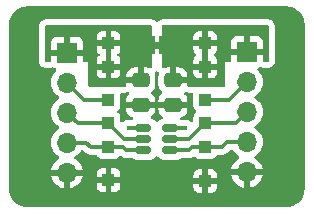
<source format=gtl>
%TF.GenerationSoftware,KiCad,Pcbnew,8.0.3*%
%TF.CreationDate,2024-08-04T06:55:43+12:00*%
%TF.ProjectId,sot23-6,736f7432-332d-4362-9e6b-696361645f70,rev?*%
%TF.SameCoordinates,Original*%
%TF.FileFunction,Copper,L1,Top*%
%TF.FilePolarity,Positive*%
%FSLAX46Y46*%
G04 Gerber Fmt 4.6, Leading zero omitted, Abs format (unit mm)*
G04 Created by KiCad (PCBNEW 8.0.3) date 2024-08-04 06:55:43*
%MOMM*%
%LPD*%
G01*
G04 APERTURE LIST*
G04 Aperture macros list*
%AMRoundRect*
0 Rectangle with rounded corners*
0 $1 Rounding radius*
0 $2 $3 $4 $5 $6 $7 $8 $9 X,Y pos of 4 corners*
0 Add a 4 corners polygon primitive as box body*
4,1,4,$2,$3,$4,$5,$6,$7,$8,$9,$2,$3,0*
0 Add four circle primitives for the rounded corners*
1,1,$1+$1,$2,$3*
1,1,$1+$1,$4,$5*
1,1,$1+$1,$6,$7*
1,1,$1+$1,$8,$9*
0 Add four rect primitives between the rounded corners*
20,1,$1+$1,$2,$3,$4,$5,0*
20,1,$1+$1,$4,$5,$6,$7,0*
20,1,$1+$1,$6,$7,$8,$9,0*
20,1,$1+$1,$8,$9,$2,$3,0*%
%AMFreePoly0*
4,1,19,0.500000,-0.750000,0.000000,-0.750000,0.000000,-0.744911,-0.071157,-0.744911,-0.207708,-0.704816,-0.327430,-0.627875,-0.420627,-0.520320,-0.479746,-0.390866,-0.500000,-0.250000,-0.500000,0.250000,-0.479746,0.390866,-0.420627,0.520320,-0.327430,0.627875,-0.207708,0.704816,-0.071157,0.744911,0.000000,0.744911,0.000000,0.750000,0.500000,0.750000,0.500000,-0.750000,0.500000,-0.750000,
$1*%
%AMFreePoly1*
4,1,19,0.000000,0.744911,0.071157,0.744911,0.207708,0.704816,0.327430,0.627875,0.420627,0.520320,0.479746,0.390866,0.500000,0.250000,0.500000,-0.250000,0.479746,-0.390866,0.420627,-0.520320,0.327430,-0.627875,0.207708,-0.704816,0.071157,-0.744911,0.000000,-0.744911,0.000000,-0.750000,-0.500000,-0.750000,-0.500000,0.750000,0.000000,0.750000,0.000000,0.744911,0.000000,0.744911,
$1*%
G04 Aperture macros list end*
%TA.AperFunction,EtchedComponent*%
%ADD10C,0.000000*%
%TD*%
%TA.AperFunction,ComponentPad*%
%ADD11R,1.000000X1.000000*%
%TD*%
%TA.AperFunction,SMDPad,CuDef*%
%ADD12RoundRect,0.250000X-0.475000X0.337500X-0.475000X-0.337500X0.475000X-0.337500X0.475000X0.337500X0*%
%TD*%
%TA.AperFunction,SMDPad,CuDef*%
%ADD13RoundRect,0.150000X-0.512500X-0.150000X0.512500X-0.150000X0.512500X0.150000X-0.512500X0.150000X0*%
%TD*%
%TA.AperFunction,SMDPad,CuDef*%
%ADD14FreePoly0,0.000000*%
%TD*%
%TA.AperFunction,SMDPad,CuDef*%
%ADD15FreePoly1,0.000000*%
%TD*%
%TA.AperFunction,ComponentPad*%
%ADD16R,1.700000X1.700000*%
%TD*%
%TA.AperFunction,ComponentPad*%
%ADD17O,1.700000X1.700000*%
%TD*%
%TA.AperFunction,ViaPad*%
%ADD18C,0.600000*%
%TD*%
%TA.AperFunction,ViaPad*%
%ADD19C,0.400000*%
%TD*%
%TA.AperFunction,Conductor*%
%ADD20C,0.300000*%
%TD*%
%ADD21C,0.300000*%
%ADD22C,0.200000*%
%ADD23C,0.350000*%
G04 APERTURE END LIST*
D10*
%TA.AperFunction,EtchedComponent*%
%TO.C,JP101*%
G36*
X-22750000Y-9100000D02*
G01*
X-23250000Y-9100000D01*
X-23250000Y-8500000D01*
X-22750000Y-8500000D01*
X-22750000Y-9100000D01*
G37*
%TD.AperFunction*%
%TD*%
D11*
%TO.P,TP105,1,1*%
%TO.N,Net-(J101-Pin_2)*%
X-27100000Y-13400000D03*
%TD*%
D12*
%TO.P,C101,1*%
%TO.N,Net-(J101-Pin_1)*%
X-24360000Y-11762500D03*
%TO.P,C101,2*%
%TO.N,GND*%
X-24360000Y-13837500D03*
%TD*%
D11*
%TO.P,TP102,1,1*%
%TO.N,Net-(J101-Pin_1)*%
X-27100000Y-10600000D03*
%TD*%
%TO.P,TP103,1,1*%
%TO.N,Net-(J102-Pin_1)*%
X-18900000Y-10600000D03*
%TD*%
%TO.P,TP104,1,1*%
%TO.N,Net-(J102-Pin_1)*%
X-18900000Y-8600000D03*
%TD*%
%TO.P,TP107,1,1*%
%TO.N,Net-(J101-Pin_4)*%
X-27100000Y-17400000D03*
%TD*%
D13*
%TO.P,U101,1,1*%
%TO.N,Net-(J101-Pin_2)*%
X-24137500Y-15800000D03*
%TO.P,U101,2,2*%
%TO.N,Net-(J101-Pin_3)*%
X-24137500Y-16750000D03*
%TO.P,U101,3,3*%
%TO.N,Net-(J101-Pin_4)*%
X-24137500Y-17700000D03*
%TO.P,U101,4,4*%
%TO.N,Net-(J102-Pin_4)*%
X-21862500Y-17700000D03*
%TO.P,U101,5,5*%
%TO.N,Net-(J102-Pin_3)*%
X-21862500Y-16750000D03*
%TO.P,U101,6,6*%
%TO.N,Net-(J102-Pin_2)*%
X-21862500Y-15800000D03*
%TD*%
D11*
%TO.P,TP108,1,1*%
%TO.N,Net-(J102-Pin_4)*%
X-18900000Y-17400000D03*
%TD*%
%TO.P,TP110,1,1*%
%TO.N,Net-(J102-Pin_2)*%
X-18900000Y-13400000D03*
%TD*%
%TO.P,TP111,1,1*%
%TO.N,GND*%
X-27100000Y-20200000D03*
%TD*%
%TO.P,TP109,1,1*%
%TO.N,Net-(J102-Pin_3)*%
X-18900000Y-15400000D03*
%TD*%
%TO.P,TP112,1,1*%
%TO.N,GND*%
X-18900000Y-20300000D03*
%TD*%
D12*
%TO.P,C102,1*%
%TO.N,Net-(J102-Pin_1)*%
X-21640000Y-11762500D03*
%TO.P,C102,2*%
%TO.N,GND*%
X-21640000Y-13837500D03*
%TD*%
D11*
%TO.P,TP106,1,1*%
%TO.N,Net-(J101-Pin_3)*%
X-27100000Y-15400000D03*
%TD*%
D14*
%TO.P,JP101,1,A*%
%TO.N,Net-(J101-Pin_1)*%
X-23650000Y-8800000D03*
D15*
%TO.P,JP101,2,B*%
%TO.N,Net-(J102-Pin_1)*%
X-22350000Y-8800000D03*
%TD*%
D11*
%TO.P,TP101,1,1*%
%TO.N,Net-(J101-Pin_1)*%
X-27100000Y-8600000D03*
%TD*%
D16*
%TO.P,J102,1,Pin_1*%
%TO.N,Net-(J102-Pin_1)*%
X-15380000Y-9360000D03*
D17*
%TO.P,J102,2,Pin_2*%
%TO.N,Net-(J102-Pin_2)*%
X-15380000Y-11900000D03*
%TO.P,J102,3,Pin_3*%
%TO.N,Net-(J102-Pin_3)*%
X-15380000Y-14440000D03*
%TO.P,J102,4,Pin_4*%
%TO.N,Net-(J102-Pin_4)*%
X-15380000Y-16980000D03*
%TO.P,J102,5,Pin_5*%
%TO.N,GND*%
X-15380000Y-19520000D03*
%TD*%
D16*
%TO.P,J101,1,Pin_1*%
%TO.N,Net-(J101-Pin_1)*%
X-30620000Y-9420000D03*
D17*
%TO.P,J101,2,Pin_2*%
%TO.N,Net-(J101-Pin_2)*%
X-30620000Y-11960000D03*
%TO.P,J101,3,Pin_3*%
%TO.N,Net-(J101-Pin_3)*%
X-30620000Y-14500000D03*
%TO.P,J101,4,Pin_4*%
%TO.N,Net-(J101-Pin_4)*%
X-30620000Y-17040000D03*
%TO.P,J101,5,Pin_5*%
%TO.N,GND*%
X-30620000Y-19580000D03*
%TD*%
D18*
%TO.N,GND*%
X-21000000Y-22000000D03*
D19*
X-20500000Y-13840380D03*
D18*
X-27000000Y-22000000D03*
X-29000000Y-6000000D03*
X-27000000Y-6000000D03*
X-13000000Y-22000000D03*
X-21000000Y-6000000D03*
X-25000000Y-6000000D03*
X-11000000Y-8000000D03*
X-35000000Y-20000000D03*
D19*
X-23000000Y-11200000D03*
D18*
X-35000000Y-10000000D03*
D19*
X-25437500Y-13837500D03*
D18*
X-13000000Y-6000000D03*
X-15000000Y-6000000D03*
X-35000000Y-18000000D03*
X-11000000Y-12000000D03*
X-19000000Y-22000000D03*
X-35000000Y-12000000D03*
D19*
X-23000000Y-14800000D03*
D18*
X-17000000Y-22000000D03*
X-19000000Y-6000000D03*
X-25000000Y-22000000D03*
X-33000000Y-6000000D03*
X-31000000Y-6000000D03*
D19*
X-25800000Y-13100000D03*
D18*
X-31000000Y-22000000D03*
X-33000000Y-22000000D03*
X-11000000Y-14000000D03*
X-35000000Y-14000000D03*
X-35000000Y-8000000D03*
X-15000000Y-22000000D03*
X-11000000Y-20000000D03*
X-29000000Y-22000000D03*
D19*
X-20200000Y-13100000D03*
D18*
X-11000000Y-10000000D03*
X-23000000Y-22000000D03*
X-23000000Y-6000000D03*
X-17000000Y-6000000D03*
X-11000000Y-18000000D03*
X-35000000Y-16000000D03*
X-11000000Y-16000000D03*
D19*
%TO.N,Net-(J101-Pin_2)*%
X-25400000Y-15800000D03*
%TO.N,Net-(J102-Pin_2)*%
X-20600000Y-15800000D03*
%TD*%
D20*
%TO.N,GND*%
X-20500000Y-13840380D02*
X-21637120Y-13840380D01*
X-25437500Y-13837500D02*
X-24360000Y-13837500D01*
X-21637120Y-13840380D02*
X-21640000Y-13837500D01*
%TO.N,Net-(J101-Pin_4)*%
X-28600000Y-17400000D02*
X-27100000Y-17400000D01*
X-28960000Y-17040000D02*
X-28600000Y-17400000D01*
X-25600000Y-17700000D02*
X-25900000Y-17400000D01*
X-24137500Y-17700000D02*
X-25600000Y-17700000D01*
X-30620000Y-17040000D02*
X-28960000Y-17040000D01*
X-25900000Y-17400000D02*
X-27100000Y-17400000D01*
%TO.N,Net-(J101-Pin_2)*%
X-24137500Y-15800000D02*
X-25400000Y-15800000D01*
X-29180000Y-13400000D02*
X-27100000Y-13400000D01*
X-25400000Y-15800000D02*
X-25300000Y-15800000D01*
X-30620000Y-11960000D02*
X-29180000Y-13400000D01*
%TO.N,Net-(J101-Pin_3)*%
X-29720000Y-15400000D02*
X-27100000Y-15400000D01*
X-25750000Y-16750000D02*
X-27100000Y-15400000D01*
X-30620000Y-14500000D02*
X-29720000Y-15400000D01*
X-24137500Y-16750000D02*
X-25750000Y-16750000D01*
%TO.N,Net-(J102-Pin_2)*%
X-21862500Y-15800000D02*
X-20600000Y-15800000D01*
X-16880000Y-13400000D02*
X-18900000Y-13400000D01*
X-15380000Y-11900000D02*
X-16880000Y-13400000D01*
%TO.N,Net-(J102-Pin_3)*%
X-15380000Y-14480000D02*
X-16300000Y-15400000D01*
X-15380000Y-14440000D02*
X-15380000Y-14480000D01*
X-21862500Y-16750000D02*
X-20250000Y-16750000D01*
X-20250000Y-16750000D02*
X-18900000Y-15400000D01*
X-16300000Y-15400000D02*
X-18900000Y-15400000D01*
%TO.N,Net-(J102-Pin_4)*%
X-18900000Y-17400000D02*
X-17500000Y-17400000D01*
X-17500000Y-17400000D02*
X-17080000Y-16980000D01*
X-17080000Y-16980000D02*
X-15380000Y-16980000D01*
X-18900000Y-17400000D02*
X-20000000Y-17400000D01*
X-20300000Y-17700000D02*
X-21862500Y-17700000D01*
X-20000000Y-17400000D02*
X-20300000Y-17700000D01*
%TD*%
%TA.AperFunction,Conductor*%
%TO.N,Net-(J101-Pin_1)*%
G36*
X-23456961Y-7119685D02*
G01*
X-23411206Y-7172489D01*
X-23400000Y-7224000D01*
X-23400000Y-10562703D01*
X-23419685Y-10629742D01*
X-23441773Y-10655518D01*
X-23492037Y-10700048D01*
X-23555270Y-10729770D01*
X-23613268Y-10724939D01*
X-23732303Y-10685494D01*
X-23732310Y-10685493D01*
X-23835014Y-10675000D01*
X-24110000Y-10675000D01*
X-24110000Y-11888500D01*
X-24129685Y-11955539D01*
X-24182489Y-12001294D01*
X-24234000Y-12012500D01*
X-25584999Y-12012500D01*
X-25584999Y-12149984D01*
X-25583628Y-12163397D01*
X-25596397Y-12232090D01*
X-25644277Y-12282975D01*
X-25706986Y-12300000D01*
X-28676000Y-12300000D01*
X-28743039Y-12280315D01*
X-28788794Y-12227511D01*
X-28800000Y-12176000D01*
X-28800000Y-11147844D01*
X-28100000Y-11147844D01*
X-28093599Y-11207372D01*
X-28093597Y-11207379D01*
X-28043355Y-11342086D01*
X-28043351Y-11342093D01*
X-27957191Y-11457187D01*
X-27957188Y-11457190D01*
X-27842094Y-11543350D01*
X-27842087Y-11543354D01*
X-27707380Y-11593596D01*
X-27707373Y-11593598D01*
X-27647845Y-11599999D01*
X-27647828Y-11600000D01*
X-27350000Y-11600000D01*
X-26850000Y-11600000D01*
X-26552172Y-11600000D01*
X-26552156Y-11599999D01*
X-26492628Y-11593598D01*
X-26492621Y-11593596D01*
X-26357914Y-11543354D01*
X-26357907Y-11543350D01*
X-26242813Y-11457190D01*
X-26242810Y-11457187D01*
X-26181294Y-11375013D01*
X-25585000Y-11375013D01*
X-25585000Y-11512500D01*
X-24610000Y-11512500D01*
X-24610000Y-10675000D01*
X-24884971Y-10675000D01*
X-24884988Y-10675001D01*
X-24987698Y-10685494D01*
X-25154120Y-10740641D01*
X-25154125Y-10740643D01*
X-25303346Y-10832684D01*
X-25427316Y-10956654D01*
X-25519357Y-11105875D01*
X-25519359Y-11105880D01*
X-25574506Y-11272302D01*
X-25574507Y-11272309D01*
X-25585000Y-11375013D01*
X-26181294Y-11375013D01*
X-26156650Y-11342093D01*
X-26156646Y-11342086D01*
X-26106404Y-11207379D01*
X-26106402Y-11207372D01*
X-26100001Y-11147844D01*
X-26100000Y-11147827D01*
X-26100000Y-10850000D01*
X-26850000Y-10850000D01*
X-26850000Y-11600000D01*
X-27350000Y-11600000D01*
X-27350000Y-10850000D01*
X-28100000Y-10850000D01*
X-28100000Y-11147844D01*
X-28800000Y-11147844D01*
X-28800000Y-10550272D01*
X-27350000Y-10550272D01*
X-27350000Y-10649728D01*
X-27311940Y-10741614D01*
X-27241614Y-10811940D01*
X-27149728Y-10850000D01*
X-27050272Y-10850000D01*
X-26958386Y-10811940D01*
X-26888060Y-10741614D01*
X-26850000Y-10649728D01*
X-26850000Y-10550272D01*
X-26888060Y-10458386D01*
X-26958386Y-10388060D01*
X-27050272Y-10350000D01*
X-26850000Y-10350000D01*
X-26100000Y-10350000D01*
X-26100000Y-10052172D01*
X-26100001Y-10052155D01*
X-26106402Y-9992627D01*
X-26106404Y-9992620D01*
X-26156646Y-9857913D01*
X-26156650Y-9857906D01*
X-26242810Y-9742813D01*
X-26300979Y-9699267D01*
X-26342850Y-9643333D01*
X-26347834Y-9573641D01*
X-26314349Y-9512318D01*
X-26300979Y-9500733D01*
X-26242810Y-9457186D01*
X-26156650Y-9342093D01*
X-26156646Y-9342086D01*
X-26106404Y-9207379D01*
X-26106402Y-9207372D01*
X-26100001Y-9147844D01*
X-26100000Y-9147827D01*
X-26100000Y-8850000D01*
X-26850000Y-8850000D01*
X-26850000Y-10350000D01*
X-27050272Y-10350000D01*
X-27149728Y-10350000D01*
X-27241614Y-10388060D01*
X-27311940Y-10458386D01*
X-27350000Y-10550272D01*
X-28800000Y-10550272D01*
X-28800000Y-10200000D01*
X-29146000Y-10200000D01*
X-29213039Y-10180315D01*
X-29258794Y-10127511D01*
X-29270000Y-10076000D01*
X-29270000Y-9670000D01*
X-30186988Y-9670000D01*
X-30154075Y-9612993D01*
X-30120000Y-9485826D01*
X-30120000Y-9354174D01*
X-30154075Y-9227007D01*
X-30186988Y-9170000D01*
X-29270000Y-9170000D01*
X-29270000Y-9147844D01*
X-28100000Y-9147844D01*
X-28093599Y-9207372D01*
X-28093597Y-9207379D01*
X-28043355Y-9342086D01*
X-28043351Y-9342093D01*
X-27957191Y-9457187D01*
X-27899021Y-9500734D01*
X-27857151Y-9556668D01*
X-27852167Y-9626360D01*
X-27885653Y-9687683D01*
X-27899021Y-9699266D01*
X-27957191Y-9742812D01*
X-28043351Y-9857906D01*
X-28043355Y-9857913D01*
X-28093597Y-9992620D01*
X-28093599Y-9992627D01*
X-28100000Y-10052155D01*
X-28100000Y-10350000D01*
X-27350000Y-10350000D01*
X-27350000Y-8850000D01*
X-28100000Y-8850000D01*
X-28100000Y-9147844D01*
X-29270000Y-9147844D01*
X-29270000Y-8550272D01*
X-27350000Y-8550272D01*
X-27350000Y-8649728D01*
X-27311940Y-8741614D01*
X-27241614Y-8811940D01*
X-27149728Y-8850000D01*
X-27050272Y-8850000D01*
X-26958386Y-8811940D01*
X-26888060Y-8741614D01*
X-26850000Y-8649728D01*
X-26850000Y-8550272D01*
X-26888060Y-8458386D01*
X-26958386Y-8388060D01*
X-27050272Y-8350000D01*
X-26850000Y-8350000D01*
X-26100000Y-8350000D01*
X-26100000Y-8052172D01*
X-26100001Y-8052155D01*
X-26106402Y-7992627D01*
X-26106404Y-7992620D01*
X-26156646Y-7857913D01*
X-26156650Y-7857906D01*
X-26242810Y-7742812D01*
X-26242813Y-7742809D01*
X-26357907Y-7656649D01*
X-26357914Y-7656645D01*
X-26492621Y-7606403D01*
X-26492628Y-7606401D01*
X-26552156Y-7600000D01*
X-26850000Y-7600000D01*
X-26850000Y-8350000D01*
X-27050272Y-8350000D01*
X-27149728Y-8350000D01*
X-27241614Y-8388060D01*
X-27311940Y-8458386D01*
X-27350000Y-8550272D01*
X-29270000Y-8550272D01*
X-29270000Y-8522172D01*
X-29270001Y-8522155D01*
X-29276402Y-8462627D01*
X-29276404Y-8462620D01*
X-29326646Y-8327913D01*
X-29326650Y-8327906D01*
X-29412810Y-8212812D01*
X-29412813Y-8212809D01*
X-29527907Y-8126649D01*
X-29527914Y-8126645D01*
X-29662621Y-8076403D01*
X-29662628Y-8076401D01*
X-29722156Y-8070000D01*
X-30370000Y-8070000D01*
X-30370000Y-8986988D01*
X-30427007Y-8954075D01*
X-30554174Y-8920000D01*
X-30685826Y-8920000D01*
X-30812993Y-8954075D01*
X-30870000Y-8986988D01*
X-30870000Y-8070000D01*
X-31517845Y-8070000D01*
X-31577373Y-8076401D01*
X-31577380Y-8076403D01*
X-31712087Y-8126645D01*
X-31712094Y-8126649D01*
X-31827188Y-8212809D01*
X-31827191Y-8212812D01*
X-31913351Y-8327906D01*
X-31913355Y-8327913D01*
X-31963597Y-8462620D01*
X-31963599Y-8462627D01*
X-31970000Y-8522155D01*
X-31970000Y-9170000D01*
X-31053012Y-9170000D01*
X-31085925Y-9227007D01*
X-31120000Y-9354174D01*
X-31120000Y-9485826D01*
X-31085925Y-9612993D01*
X-31053012Y-9670000D01*
X-31970000Y-9670000D01*
X-31970000Y-10076000D01*
X-31989685Y-10143039D01*
X-32042489Y-10188794D01*
X-32094000Y-10200000D01*
X-32376000Y-10200000D01*
X-32443039Y-10180315D01*
X-32488794Y-10127511D01*
X-32500000Y-10076000D01*
X-32500000Y-8052155D01*
X-28100000Y-8052155D01*
X-28100000Y-8350000D01*
X-27350000Y-8350000D01*
X-27350000Y-7600000D01*
X-27647845Y-7600000D01*
X-27707373Y-7606401D01*
X-27707380Y-7606403D01*
X-27842087Y-7656645D01*
X-27842094Y-7656649D01*
X-27957188Y-7742809D01*
X-27957191Y-7742812D01*
X-28043351Y-7857906D01*
X-28043355Y-7857913D01*
X-28093597Y-7992620D01*
X-28093599Y-7992627D01*
X-28100000Y-8052155D01*
X-32500000Y-8052155D01*
X-32500000Y-7224000D01*
X-32480315Y-7156961D01*
X-32427511Y-7111206D01*
X-32376000Y-7100000D01*
X-23524000Y-7100000D01*
X-23456961Y-7119685D01*
G37*
%TD.AperFunction*%
%TD*%
%TA.AperFunction,Conductor*%
%TO.N,Net-(J102-Pin_1)*%
G36*
X-13556961Y-7119685D02*
G01*
X-13511206Y-7172489D01*
X-13500000Y-7224000D01*
X-13500000Y-10076000D01*
X-13519685Y-10143039D01*
X-13572489Y-10188794D01*
X-13624000Y-10200000D01*
X-13906000Y-10200000D01*
X-13973039Y-10180315D01*
X-14018794Y-10127511D01*
X-14030000Y-10076000D01*
X-14030000Y-9610000D01*
X-14946988Y-9610000D01*
X-14914075Y-9552993D01*
X-14880000Y-9425826D01*
X-14880000Y-9294174D01*
X-14914075Y-9167007D01*
X-14946988Y-9110000D01*
X-14030000Y-9110000D01*
X-14030000Y-8462172D01*
X-14030001Y-8462155D01*
X-14036402Y-8402627D01*
X-14036404Y-8402620D01*
X-14086646Y-8267913D01*
X-14086650Y-8267906D01*
X-14172810Y-8152812D01*
X-14172813Y-8152809D01*
X-14287907Y-8066649D01*
X-14287914Y-8066645D01*
X-14422621Y-8016403D01*
X-14422628Y-8016401D01*
X-14482156Y-8010000D01*
X-15130000Y-8010000D01*
X-15130000Y-8926988D01*
X-15187007Y-8894075D01*
X-15314174Y-8860000D01*
X-15445826Y-8860000D01*
X-15572993Y-8894075D01*
X-15630000Y-8926988D01*
X-15630000Y-8010000D01*
X-16277845Y-8010000D01*
X-16337373Y-8016401D01*
X-16337380Y-8016403D01*
X-16472087Y-8066645D01*
X-16472094Y-8066649D01*
X-16587188Y-8152809D01*
X-16587191Y-8152812D01*
X-16673351Y-8267906D01*
X-16673355Y-8267913D01*
X-16723597Y-8402620D01*
X-16723599Y-8402627D01*
X-16730000Y-8462155D01*
X-16730000Y-9110000D01*
X-15813012Y-9110000D01*
X-15845925Y-9167007D01*
X-15880000Y-9294174D01*
X-15880000Y-9425826D01*
X-15845925Y-9552993D01*
X-15813012Y-9610000D01*
X-16730000Y-9610000D01*
X-16730000Y-10076000D01*
X-16749685Y-10143039D01*
X-16802489Y-10188794D01*
X-16854000Y-10200000D01*
X-17200000Y-10200000D01*
X-17200000Y-12176000D01*
X-17219685Y-12243039D01*
X-17272489Y-12288794D01*
X-17324000Y-12300000D01*
X-20293013Y-12300000D01*
X-20360052Y-12280315D01*
X-20405807Y-12227511D01*
X-20416371Y-12163395D01*
X-20415001Y-12149981D01*
X-20415000Y-12149973D01*
X-20415000Y-12012500D01*
X-21766000Y-12012500D01*
X-21833039Y-11992815D01*
X-21878794Y-11940011D01*
X-21890000Y-11888500D01*
X-21890000Y-11512500D01*
X-21390000Y-11512500D01*
X-20415001Y-11512500D01*
X-20415001Y-11375028D01*
X-20415002Y-11375013D01*
X-20425495Y-11272302D01*
X-20466736Y-11147844D01*
X-19900000Y-11147844D01*
X-19893599Y-11207372D01*
X-19893597Y-11207379D01*
X-19843355Y-11342086D01*
X-19843351Y-11342093D01*
X-19757191Y-11457187D01*
X-19757188Y-11457190D01*
X-19642094Y-11543350D01*
X-19642087Y-11543354D01*
X-19507380Y-11593596D01*
X-19507373Y-11593598D01*
X-19447845Y-11599999D01*
X-19447828Y-11600000D01*
X-19150000Y-11600000D01*
X-18650000Y-11600000D01*
X-18352172Y-11600000D01*
X-18352156Y-11599999D01*
X-18292628Y-11593598D01*
X-18292621Y-11593596D01*
X-18157914Y-11543354D01*
X-18157907Y-11543350D01*
X-18042813Y-11457190D01*
X-18042810Y-11457187D01*
X-17956650Y-11342093D01*
X-17956646Y-11342086D01*
X-17906404Y-11207379D01*
X-17906402Y-11207372D01*
X-17900001Y-11147844D01*
X-17900000Y-11147827D01*
X-17900000Y-10850000D01*
X-18650000Y-10850000D01*
X-18650000Y-11600000D01*
X-19150000Y-11600000D01*
X-19150000Y-10850000D01*
X-19900000Y-10850000D01*
X-19900000Y-11147844D01*
X-20466736Y-11147844D01*
X-20480642Y-11105880D01*
X-20480644Y-11105875D01*
X-20572685Y-10956654D01*
X-20696655Y-10832684D01*
X-20845876Y-10740643D01*
X-20845881Y-10740641D01*
X-21012303Y-10685494D01*
X-21012310Y-10685493D01*
X-21115014Y-10675000D01*
X-21390000Y-10675000D01*
X-21390000Y-11512500D01*
X-21890000Y-11512500D01*
X-21890000Y-10675000D01*
X-22164971Y-10675000D01*
X-22164988Y-10675001D01*
X-22267699Y-10685494D01*
X-22386734Y-10724938D01*
X-22456562Y-10727340D01*
X-22507964Y-10700047D01*
X-22558227Y-10655518D01*
X-22595354Y-10596329D01*
X-22600000Y-10562703D01*
X-22600000Y-10550272D01*
X-19150000Y-10550272D01*
X-19150000Y-10649728D01*
X-19111940Y-10741614D01*
X-19041614Y-10811940D01*
X-18949728Y-10850000D01*
X-18850272Y-10850000D01*
X-18758386Y-10811940D01*
X-18688060Y-10741614D01*
X-18650000Y-10649728D01*
X-18650000Y-10550272D01*
X-18688060Y-10458386D01*
X-18758386Y-10388060D01*
X-18850272Y-10350000D01*
X-18650000Y-10350000D01*
X-17900000Y-10350000D01*
X-17900000Y-10052172D01*
X-17900001Y-10052155D01*
X-17906402Y-9992627D01*
X-17906404Y-9992620D01*
X-17956646Y-9857913D01*
X-17956650Y-9857906D01*
X-18042810Y-9742813D01*
X-18100979Y-9699267D01*
X-18142850Y-9643333D01*
X-18147834Y-9573641D01*
X-18114349Y-9512318D01*
X-18100979Y-9500733D01*
X-18042810Y-9457186D01*
X-17956650Y-9342093D01*
X-17956646Y-9342086D01*
X-17906404Y-9207379D01*
X-17906402Y-9207372D01*
X-17900001Y-9147844D01*
X-17900000Y-9147827D01*
X-17900000Y-8850000D01*
X-18650000Y-8850000D01*
X-18650000Y-10350000D01*
X-18850272Y-10350000D01*
X-18949728Y-10350000D01*
X-19041614Y-10388060D01*
X-19111940Y-10458386D01*
X-19150000Y-10550272D01*
X-22600000Y-10550272D01*
X-22600000Y-9147844D01*
X-19900000Y-9147844D01*
X-19893599Y-9207372D01*
X-19893597Y-9207379D01*
X-19843355Y-9342086D01*
X-19843351Y-9342093D01*
X-19757191Y-9457187D01*
X-19699021Y-9500734D01*
X-19657151Y-9556668D01*
X-19652167Y-9626360D01*
X-19685653Y-9687683D01*
X-19699021Y-9699266D01*
X-19757191Y-9742812D01*
X-19843351Y-9857906D01*
X-19843355Y-9857913D01*
X-19893597Y-9992620D01*
X-19893599Y-9992627D01*
X-19900000Y-10052155D01*
X-19900000Y-10350000D01*
X-19150000Y-10350000D01*
X-19150000Y-8850000D01*
X-19900000Y-8850000D01*
X-19900000Y-9147844D01*
X-22600000Y-9147844D01*
X-22600000Y-8550272D01*
X-19150000Y-8550272D01*
X-19150000Y-8649728D01*
X-19111940Y-8741614D01*
X-19041614Y-8811940D01*
X-18949728Y-8850000D01*
X-18850272Y-8850000D01*
X-18758386Y-8811940D01*
X-18688060Y-8741614D01*
X-18650000Y-8649728D01*
X-18650000Y-8550272D01*
X-18688060Y-8458386D01*
X-18758386Y-8388060D01*
X-18850272Y-8350000D01*
X-18650000Y-8350000D01*
X-17900000Y-8350000D01*
X-17900000Y-8052172D01*
X-17900001Y-8052155D01*
X-17906402Y-7992627D01*
X-17906404Y-7992620D01*
X-17956646Y-7857913D01*
X-17956650Y-7857906D01*
X-18042810Y-7742812D01*
X-18042813Y-7742809D01*
X-18157907Y-7656649D01*
X-18157914Y-7656645D01*
X-18292621Y-7606403D01*
X-18292628Y-7606401D01*
X-18352156Y-7600000D01*
X-18650000Y-7600000D01*
X-18650000Y-8350000D01*
X-18850272Y-8350000D01*
X-18949728Y-8350000D01*
X-19041614Y-8388060D01*
X-19111940Y-8458386D01*
X-19150000Y-8550272D01*
X-22600000Y-8550272D01*
X-22600000Y-8052155D01*
X-19900000Y-8052155D01*
X-19900000Y-8350000D01*
X-19150000Y-8350000D01*
X-19150000Y-7600000D01*
X-19447845Y-7600000D01*
X-19507373Y-7606401D01*
X-19507380Y-7606403D01*
X-19642087Y-7656645D01*
X-19642094Y-7656649D01*
X-19757188Y-7742809D01*
X-19757191Y-7742812D01*
X-19843351Y-7857906D01*
X-19843355Y-7857913D01*
X-19893597Y-7992620D01*
X-19893599Y-7992627D01*
X-19900000Y-8052155D01*
X-22600000Y-8052155D01*
X-22600000Y-7224000D01*
X-22580315Y-7156961D01*
X-22527511Y-7111206D01*
X-22476000Y-7100000D01*
X-13624000Y-7100000D01*
X-13556961Y-7119685D01*
G37*
%TD.AperFunction*%
%TD*%
%TA.AperFunction,Conductor*%
%TO.N,GND*%
G36*
X-22956518Y-10984714D02*
G01*
X-22904292Y-11021080D01*
X-22893435Y-11033891D01*
X-22863873Y-11060081D01*
X-22863870Y-11060083D01*
X-22826743Y-11119273D01*
X-22827511Y-11189138D01*
X-22828390Y-11191901D01*
X-22854999Y-11272204D01*
X-22855000Y-11272209D01*
X-22865500Y-11374983D01*
X-22865500Y-12150001D01*
X-22865499Y-12150019D01*
X-22855000Y-12252796D01*
X-22854999Y-12252799D01*
X-22818264Y-12363655D01*
X-22799814Y-12419334D01*
X-22707712Y-12568656D01*
X-22583656Y-12692712D01*
X-22580372Y-12694737D01*
X-22580347Y-12694753D01*
X-22578555Y-12696746D01*
X-22577989Y-12697193D01*
X-22578066Y-12697289D01*
X-22533621Y-12746699D01*
X-22522397Y-12815661D01*
X-22550239Y-12879744D01*
X-22580335Y-12905826D01*
X-22583340Y-12907679D01*
X-22583345Y-12907683D01*
X-22707316Y-13031654D01*
X-22799357Y-13180875D01*
X-22799359Y-13180880D01*
X-22854506Y-13347302D01*
X-22854507Y-13347309D01*
X-22865000Y-13450013D01*
X-22865000Y-13587500D01*
X-20415001Y-13587500D01*
X-20415001Y-13450028D01*
X-20415002Y-13450013D01*
X-20425495Y-13347302D01*
X-20480642Y-13180880D01*
X-20480644Y-13180875D01*
X-20572685Y-13031654D01*
X-20636121Y-12968218D01*
X-20669606Y-12906895D01*
X-20664622Y-12837203D01*
X-20622750Y-12781270D01*
X-20557286Y-12756853D01*
X-20506730Y-12764122D01*
X-20506720Y-12764090D01*
X-20506495Y-12764156D01*
X-20505105Y-12764356D01*
X-20502480Y-12765334D01*
X-20502472Y-12765338D01*
X-20435433Y-12785023D01*
X-20435429Y-12785024D01*
X-20293013Y-12805500D01*
X-20024500Y-12805500D01*
X-19957461Y-12825185D01*
X-19911706Y-12877989D01*
X-19900500Y-12929500D01*
X-19900500Y-13947870D01*
X-19900499Y-13947876D01*
X-19894092Y-14007483D01*
X-19843798Y-14142328D01*
X-19843794Y-14142335D01*
X-19757548Y-14257544D01*
X-19757547Y-14257544D01*
X-19757546Y-14257546D01*
X-19748128Y-14264596D01*
X-19699855Y-14300734D01*
X-19657985Y-14356668D01*
X-19653001Y-14426360D01*
X-19686487Y-14487683D01*
X-19699855Y-14499266D01*
X-19757548Y-14542455D01*
X-19843794Y-14657664D01*
X-19843798Y-14657671D01*
X-19894092Y-14792517D01*
X-19895193Y-14802763D01*
X-19900499Y-14852123D01*
X-19900500Y-14852135D01*
X-19900500Y-15208328D01*
X-19920185Y-15275367D01*
X-19972989Y-15321122D01*
X-20042147Y-15331066D01*
X-20105703Y-15302041D01*
X-20106683Y-15301183D01*
X-20166556Y-15248140D01*
X-20199151Y-15219263D01*
X-20349774Y-15140210D01*
X-20514944Y-15099500D01*
X-20685056Y-15099500D01*
X-20857508Y-15142005D01*
X-20858146Y-15139417D01*
X-20915255Y-15143811D01*
X-20952670Y-15129237D01*
X-20972230Y-15117669D01*
X-21019911Y-15066599D01*
X-21032413Y-14997857D01*
X-21005766Y-14933269D01*
X-20948429Y-14893340D01*
X-20948108Y-14893233D01*
X-20845883Y-14859359D01*
X-20845876Y-14859356D01*
X-20696655Y-14767315D01*
X-20572685Y-14643345D01*
X-20480644Y-14494124D01*
X-20480642Y-14494119D01*
X-20425495Y-14327697D01*
X-20425494Y-14327690D01*
X-20415001Y-14224986D01*
X-20415000Y-14224973D01*
X-20415000Y-14087500D01*
X-22864999Y-14087500D01*
X-22864999Y-14224986D01*
X-22854506Y-14327697D01*
X-22799359Y-14494119D01*
X-22799357Y-14494124D01*
X-22707316Y-14643345D01*
X-22583344Y-14767317D01*
X-22528170Y-14801348D01*
X-22481445Y-14853295D01*
X-22470222Y-14922258D01*
X-22498065Y-14986340D01*
X-22556134Y-15025197D01*
X-22558670Y-15025963D01*
X-22635395Y-15048254D01*
X-22635397Y-15048255D01*
X-22776863Y-15131917D01*
X-22776871Y-15131923D01*
X-22893077Y-15248129D01*
X-22893086Y-15248140D01*
X-22893271Y-15248455D01*
X-22893481Y-15248650D01*
X-22897861Y-15254298D01*
X-22898773Y-15253591D01*
X-22944343Y-15296136D01*
X-23013085Y-15308637D01*
X-23077673Y-15281988D01*
X-23101857Y-15254078D01*
X-23102139Y-15254298D01*
X-23106177Y-15249092D01*
X-23106729Y-15248455D01*
X-23106915Y-15248140D01*
X-23106924Y-15248129D01*
X-23223130Y-15131923D01*
X-23223138Y-15131917D01*
X-23364604Y-15048255D01*
X-23364605Y-15048254D01*
X-23441331Y-15025963D01*
X-23500216Y-14988356D01*
X-23529422Y-14924883D01*
X-23519676Y-14855697D01*
X-23474071Y-14802763D01*
X-23471830Y-14801347D01*
X-23416655Y-14767315D01*
X-23292685Y-14643345D01*
X-23200644Y-14494124D01*
X-23200642Y-14494119D01*
X-23145495Y-14327697D01*
X-23145494Y-14327690D01*
X-23135001Y-14224986D01*
X-23135000Y-14224973D01*
X-23135000Y-14087500D01*
X-25584999Y-14087500D01*
X-25584999Y-14224986D01*
X-25574506Y-14327697D01*
X-25519359Y-14494119D01*
X-25519357Y-14494124D01*
X-25427316Y-14643345D01*
X-25303346Y-14767315D01*
X-25154125Y-14859356D01*
X-25154118Y-14859359D01*
X-25051892Y-14893233D01*
X-24994447Y-14933005D01*
X-24967623Y-14997521D01*
X-24979938Y-15066297D01*
X-25027480Y-15117497D01*
X-25027774Y-15117671D01*
X-25047331Y-15129237D01*
X-25115055Y-15146420D01*
X-25142224Y-15140917D01*
X-25142492Y-15142005D01*
X-25314944Y-15099500D01*
X-25485056Y-15099500D01*
X-25650227Y-15140210D01*
X-25800850Y-15219264D01*
X-25893274Y-15301144D01*
X-25956508Y-15330865D01*
X-26025771Y-15321681D01*
X-26079074Y-15276508D01*
X-26099494Y-15209689D01*
X-26099501Y-15208328D01*
X-26099501Y-14852129D01*
X-26099502Y-14852123D01*
X-26099503Y-14852116D01*
X-26105909Y-14792517D01*
X-26115309Y-14767315D01*
X-26156203Y-14657671D01*
X-26156207Y-14657664D01*
X-26242453Y-14542456D01*
X-26242452Y-14542456D01*
X-26242454Y-14542454D01*
X-26300146Y-14499265D01*
X-26342016Y-14443333D01*
X-26347000Y-14373641D01*
X-26313515Y-14312318D01*
X-26300146Y-14300734D01*
X-26242454Y-14257546D01*
X-26156204Y-14142331D01*
X-26105909Y-14007483D01*
X-26099500Y-13947873D01*
X-26099501Y-12929499D01*
X-26079817Y-12862461D01*
X-26027013Y-12816706D01*
X-25975501Y-12805500D01*
X-25706980Y-12805500D01*
X-25618690Y-12793727D01*
X-25574541Y-12787841D01*
X-25511832Y-12770816D01*
X-25498645Y-12765276D01*
X-25429217Y-12757462D01*
X-25366582Y-12788424D01*
X-25330630Y-12848335D01*
X-25332776Y-12918171D01*
X-25362942Y-12967281D01*
X-25427318Y-13031657D01*
X-25519357Y-13180875D01*
X-25519359Y-13180880D01*
X-25574506Y-13347302D01*
X-25574507Y-13347309D01*
X-25585000Y-13450013D01*
X-25585000Y-13587500D01*
X-23135001Y-13587500D01*
X-23135001Y-13450028D01*
X-23135002Y-13450013D01*
X-23145495Y-13347302D01*
X-23200642Y-13180880D01*
X-23200644Y-13180875D01*
X-23292685Y-13031654D01*
X-23416656Y-12907683D01*
X-23416659Y-12907681D01*
X-23419661Y-12905829D01*
X-23421287Y-12904021D01*
X-23422323Y-12903202D01*
X-23422183Y-12903024D01*
X-23466383Y-12853880D01*
X-23477603Y-12784917D01*
X-23449757Y-12720836D01*
X-23419656Y-12694754D01*
X-23416344Y-12692712D01*
X-23292288Y-12568656D01*
X-23200186Y-12419334D01*
X-23145001Y-12252797D01*
X-23134500Y-12150009D01*
X-23134501Y-11374992D01*
X-23145001Y-11272203D01*
X-23171612Y-11191900D01*
X-23174013Y-11122074D01*
X-23138282Y-11062032D01*
X-23136193Y-11060137D01*
X-23106565Y-11033890D01*
X-23087289Y-11014293D01*
X-23026248Y-10980306D01*
X-22956518Y-10984714D01*
G37*
%TD.AperFunction*%
%TA.AperFunction,Conductor*%
G36*
X-11995582Y-5500816D02*
G01*
X-11795439Y-5515130D01*
X-11777937Y-5517647D01*
X-11586203Y-5559355D01*
X-11569245Y-5564334D01*
X-11385391Y-5632909D01*
X-11369299Y-5640259D01*
X-11197096Y-5734288D01*
X-11182216Y-5743849D01*
X-11025133Y-5861441D01*
X-11011763Y-5873027D01*
X-10873028Y-6011762D01*
X-10861442Y-6025132D01*
X-10743854Y-6182210D01*
X-10734289Y-6197095D01*
X-10640260Y-6369298D01*
X-10632910Y-6385390D01*
X-10564338Y-6569236D01*
X-10559354Y-6586212D01*
X-10517649Y-6777931D01*
X-10515131Y-6795442D01*
X-10500816Y-6995580D01*
X-10500500Y-7004427D01*
X-10500500Y-20995572D01*
X-10500816Y-21004419D01*
X-10515131Y-21204557D01*
X-10517649Y-21222068D01*
X-10559354Y-21413787D01*
X-10564338Y-21430763D01*
X-10632910Y-21614609D01*
X-10640260Y-21630701D01*
X-10734289Y-21802904D01*
X-10743854Y-21817789D01*
X-10861442Y-21974867D01*
X-10873028Y-21988237D01*
X-11011763Y-22126972D01*
X-11025133Y-22138558D01*
X-11182211Y-22256146D01*
X-11197096Y-22265711D01*
X-11369299Y-22359740D01*
X-11385391Y-22367090D01*
X-11569237Y-22435662D01*
X-11586213Y-22440646D01*
X-11777932Y-22482351D01*
X-11795443Y-22484869D01*
X-11976221Y-22497799D01*
X-11995583Y-22499184D01*
X-12004428Y-22499500D01*
X-33995572Y-22499500D01*
X-34004418Y-22499184D01*
X-34026378Y-22497613D01*
X-34204558Y-22484869D01*
X-34222069Y-22482351D01*
X-34413788Y-22440646D01*
X-34430764Y-22435662D01*
X-34614610Y-22367090D01*
X-34630702Y-22359740D01*
X-34802905Y-22265711D01*
X-34817790Y-22256146D01*
X-34974868Y-22138558D01*
X-34988238Y-22126972D01*
X-35126973Y-21988237D01*
X-35138559Y-21974867D01*
X-35256151Y-21817784D01*
X-35265712Y-21802904D01*
X-35359741Y-21630701D01*
X-35367091Y-21614609D01*
X-35427909Y-21451551D01*
X-35435666Y-21430755D01*
X-35440645Y-21413797D01*
X-35482353Y-21222063D01*
X-35484870Y-21204556D01*
X-35485196Y-21200000D01*
X-35499184Y-21004418D01*
X-35499500Y-20995572D01*
X-35499500Y-7224000D01*
X-33005500Y-7224000D01*
X-33005500Y-8664500D01*
X-33005500Y-10076000D01*
X-33005499Y-10076009D01*
X-32993948Y-10183450D01*
X-32993946Y-10183462D01*
X-32982740Y-10234972D01*
X-32948617Y-10337497D01*
X-32948614Y-10337503D01*
X-32870829Y-10458537D01*
X-32870821Y-10458548D01*
X-32825077Y-10511340D01*
X-32825074Y-10511343D01*
X-32825070Y-10511347D01*
X-32716336Y-10605567D01*
X-32716333Y-10605568D01*
X-32716332Y-10605569D01*
X-32599386Y-10658978D01*
X-32585459Y-10665338D01*
X-32518420Y-10685023D01*
X-32518416Y-10685024D01*
X-32376000Y-10705500D01*
X-32375997Y-10705500D01*
X-32094010Y-10705500D01*
X-32094000Y-10705500D01*
X-31986544Y-10693947D01*
X-31935033Y-10682741D01*
X-31871134Y-10661472D01*
X-31801311Y-10658978D01*
X-31757664Y-10679860D01*
X-31712332Y-10713795D01*
X-31712329Y-10713797D01*
X-31580919Y-10762810D01*
X-31524985Y-10804681D01*
X-31500568Y-10870145D01*
X-31515420Y-10938418D01*
X-31536570Y-10966673D01*
X-31658497Y-11088600D01*
X-31794035Y-11282169D01*
X-31794036Y-11282171D01*
X-31893902Y-11496335D01*
X-31893906Y-11496344D01*
X-31955062Y-11724586D01*
X-31955064Y-11724596D01*
X-31975659Y-11959999D01*
X-31975659Y-11960000D01*
X-31955064Y-12195403D01*
X-31955062Y-12195413D01*
X-31893906Y-12423655D01*
X-31893904Y-12423659D01*
X-31893903Y-12423663D01*
X-31822012Y-12577834D01*
X-31794035Y-12637830D01*
X-31794033Y-12637834D01*
X-31690969Y-12785023D01*
X-31668785Y-12816706D01*
X-31658499Y-12831395D01*
X-31658494Y-12831402D01*
X-31491403Y-12998493D01*
X-31491397Y-12998498D01*
X-31305842Y-13128425D01*
X-31262217Y-13183002D01*
X-31255023Y-13252500D01*
X-31286546Y-13314855D01*
X-31305842Y-13331575D01*
X-31491403Y-13461505D01*
X-31658495Y-13628597D01*
X-31794035Y-13822169D01*
X-31794036Y-13822171D01*
X-31893902Y-14036335D01*
X-31893906Y-14036344D01*
X-31955062Y-14264586D01*
X-31955064Y-14264596D01*
X-31975659Y-14499999D01*
X-31975659Y-14500000D01*
X-31955064Y-14735403D01*
X-31955062Y-14735413D01*
X-31893906Y-14963655D01*
X-31893904Y-14963659D01*
X-31893903Y-14963663D01*
X-31794035Y-15177830D01*
X-31794033Y-15177834D01*
X-31658499Y-15371395D01*
X-31658494Y-15371402D01*
X-31491403Y-15538493D01*
X-31491397Y-15538498D01*
X-31305842Y-15668425D01*
X-31262217Y-15723002D01*
X-31255023Y-15792500D01*
X-31286546Y-15854855D01*
X-31305842Y-15871575D01*
X-31491403Y-16001505D01*
X-31658495Y-16168597D01*
X-31794035Y-16362169D01*
X-31794036Y-16362171D01*
X-31893902Y-16576335D01*
X-31893906Y-16576344D01*
X-31955062Y-16804586D01*
X-31955064Y-16804596D01*
X-31975659Y-17039999D01*
X-31975659Y-17040000D01*
X-31955064Y-17275403D01*
X-31955062Y-17275413D01*
X-31893906Y-17503655D01*
X-31893904Y-17503659D01*
X-31893903Y-17503663D01*
X-31822012Y-17657834D01*
X-31794035Y-17717830D01*
X-31794033Y-17717834D01*
X-31700507Y-17851402D01*
X-31658495Y-17911401D01*
X-31491401Y-18078495D01*
X-31310338Y-18205277D01*
X-31305406Y-18208730D01*
X-31261781Y-18263307D01*
X-31254587Y-18332805D01*
X-31286110Y-18395160D01*
X-31305405Y-18411880D01*
X-31491078Y-18541890D01*
X-31491080Y-18541891D01*
X-31658109Y-18708920D01*
X-31658114Y-18708926D01*
X-31793600Y-18902420D01*
X-31793601Y-18902422D01*
X-31893430Y-19116507D01*
X-31893433Y-19116513D01*
X-31950636Y-19329999D01*
X-31950636Y-19330000D01*
X-31053012Y-19330000D01*
X-31085925Y-19387007D01*
X-31120000Y-19514174D01*
X-31120000Y-19645826D01*
X-31085925Y-19772993D01*
X-31053012Y-19830000D01*
X-31950636Y-19830000D01*
X-31893433Y-20043486D01*
X-31893430Y-20043492D01*
X-31793601Y-20257578D01*
X-31658106Y-20451082D01*
X-31491083Y-20618105D01*
X-31297579Y-20753600D01*
X-31083493Y-20853429D01*
X-31083484Y-20853433D01*
X-30870000Y-20910634D01*
X-30870000Y-20013012D01*
X-30812993Y-20045925D01*
X-30685826Y-20080000D01*
X-30554174Y-20080000D01*
X-30427007Y-20045925D01*
X-30370000Y-20013012D01*
X-30370000Y-20910633D01*
X-30156517Y-20853433D01*
X-30156508Y-20853429D01*
X-29942422Y-20753600D01*
X-29934202Y-20747844D01*
X-28100000Y-20747844D01*
X-28093599Y-20807372D01*
X-28093597Y-20807379D01*
X-28043355Y-20942086D01*
X-28043351Y-20942093D01*
X-27957191Y-21057187D01*
X-27957188Y-21057190D01*
X-27842094Y-21143350D01*
X-27842087Y-21143354D01*
X-27707380Y-21193596D01*
X-27707373Y-21193598D01*
X-27647845Y-21199999D01*
X-27647828Y-21200000D01*
X-27350000Y-21200000D01*
X-26850000Y-21200000D01*
X-26552172Y-21200000D01*
X-26552156Y-21199999D01*
X-26492628Y-21193598D01*
X-26492621Y-21193596D01*
X-26357914Y-21143354D01*
X-26357907Y-21143350D01*
X-26242813Y-21057190D01*
X-26242810Y-21057187D01*
X-26156650Y-20942093D01*
X-26156646Y-20942086D01*
X-26121496Y-20847844D01*
X-19900000Y-20847844D01*
X-19893599Y-20907372D01*
X-19893597Y-20907379D01*
X-19843355Y-21042086D01*
X-19843351Y-21042093D01*
X-19757191Y-21157187D01*
X-19757188Y-21157190D01*
X-19642094Y-21243350D01*
X-19642087Y-21243354D01*
X-19507380Y-21293596D01*
X-19507373Y-21293598D01*
X-19447845Y-21299999D01*
X-19447828Y-21300000D01*
X-19150000Y-21300000D01*
X-18650000Y-21300000D01*
X-18352172Y-21300000D01*
X-18352156Y-21299999D01*
X-18292628Y-21293598D01*
X-18292621Y-21293596D01*
X-18157914Y-21243354D01*
X-18157907Y-21243350D01*
X-18042813Y-21157190D01*
X-18042810Y-21157187D01*
X-17956650Y-21042093D01*
X-17956646Y-21042086D01*
X-17906404Y-20907379D01*
X-17906402Y-20907372D01*
X-17900001Y-20847844D01*
X-17900000Y-20847827D01*
X-17900000Y-20550000D01*
X-18650000Y-20550000D01*
X-18650000Y-21300000D01*
X-19150000Y-21300000D01*
X-19150000Y-20550000D01*
X-19900000Y-20550000D01*
X-19900000Y-20847844D01*
X-26121496Y-20847844D01*
X-26106404Y-20807379D01*
X-26106402Y-20807372D01*
X-26100001Y-20747844D01*
X-26100000Y-20747827D01*
X-26100000Y-20450000D01*
X-26850000Y-20450000D01*
X-26850000Y-21200000D01*
X-27350000Y-21200000D01*
X-27350000Y-20450000D01*
X-28100000Y-20450000D01*
X-28100000Y-20747844D01*
X-29934202Y-20747844D01*
X-29748918Y-20618105D01*
X-29581895Y-20451082D01*
X-29446400Y-20257578D01*
X-29396363Y-20150272D01*
X-27350000Y-20150272D01*
X-27350000Y-20249728D01*
X-27311940Y-20341614D01*
X-27241614Y-20411940D01*
X-27149728Y-20450000D01*
X-27050272Y-20450000D01*
X-26958386Y-20411940D01*
X-26888060Y-20341614D01*
X-26850225Y-20250272D01*
X-19150000Y-20250272D01*
X-19150000Y-20349728D01*
X-19111940Y-20441614D01*
X-19041614Y-20511940D01*
X-18949728Y-20550000D01*
X-18850272Y-20550000D01*
X-18758386Y-20511940D01*
X-18688060Y-20441614D01*
X-18650000Y-20349728D01*
X-18650000Y-20250272D01*
X-18688060Y-20158386D01*
X-18758386Y-20088060D01*
X-18850272Y-20050000D01*
X-18650000Y-20050000D01*
X-17900000Y-20050000D01*
X-17900000Y-19752172D01*
X-17900001Y-19752155D01*
X-17906402Y-19692627D01*
X-17906404Y-19692620D01*
X-17956646Y-19557913D01*
X-17956650Y-19557906D01*
X-18042810Y-19442812D01*
X-18042813Y-19442809D01*
X-18157907Y-19356649D01*
X-18157914Y-19356645D01*
X-18292621Y-19306403D01*
X-18292628Y-19306401D01*
X-18352156Y-19300000D01*
X-18650000Y-19300000D01*
X-18650000Y-20050000D01*
X-18850272Y-20050000D01*
X-18949728Y-20050000D01*
X-19041614Y-20088060D01*
X-19111940Y-20158386D01*
X-19150000Y-20250272D01*
X-26850225Y-20250272D01*
X-26850000Y-20249728D01*
X-26850000Y-20150272D01*
X-26888060Y-20058386D01*
X-26958386Y-19988060D01*
X-27050272Y-19950000D01*
X-26850000Y-19950000D01*
X-26100000Y-19950000D01*
X-26100000Y-19752155D01*
X-19900000Y-19752155D01*
X-19900000Y-20050000D01*
X-19150000Y-20050000D01*
X-19150000Y-19300000D01*
X-19447845Y-19300000D01*
X-19507373Y-19306401D01*
X-19507380Y-19306403D01*
X-19642087Y-19356645D01*
X-19642094Y-19356649D01*
X-19757188Y-19442809D01*
X-19757191Y-19442812D01*
X-19843351Y-19557906D01*
X-19843355Y-19557913D01*
X-19893597Y-19692620D01*
X-19893599Y-19692627D01*
X-19900000Y-19752155D01*
X-26100000Y-19752155D01*
X-26100000Y-19652172D01*
X-26100001Y-19652155D01*
X-26106402Y-19592627D01*
X-26106404Y-19592620D01*
X-26156646Y-19457913D01*
X-26156650Y-19457906D01*
X-26242810Y-19342812D01*
X-26242813Y-19342809D01*
X-26357907Y-19256649D01*
X-26357914Y-19256645D01*
X-26492621Y-19206403D01*
X-26492628Y-19206401D01*
X-26552156Y-19200000D01*
X-26850000Y-19200000D01*
X-26850000Y-19950000D01*
X-27050272Y-19950000D01*
X-27149728Y-19950000D01*
X-27241614Y-19988060D01*
X-27311940Y-20058386D01*
X-27350000Y-20150272D01*
X-29396363Y-20150272D01*
X-29346571Y-20043492D01*
X-29346568Y-20043486D01*
X-29289364Y-19830000D01*
X-30186988Y-19830000D01*
X-30154075Y-19772993D01*
X-30121696Y-19652155D01*
X-28100000Y-19652155D01*
X-28100000Y-19950000D01*
X-27350000Y-19950000D01*
X-27350000Y-19200000D01*
X-27647845Y-19200000D01*
X-27707373Y-19206401D01*
X-27707380Y-19206403D01*
X-27842087Y-19256645D01*
X-27842094Y-19256649D01*
X-27957188Y-19342809D01*
X-27957191Y-19342812D01*
X-28043351Y-19457906D01*
X-28043355Y-19457913D01*
X-28093597Y-19592620D01*
X-28093599Y-19592627D01*
X-28100000Y-19652155D01*
X-30121696Y-19652155D01*
X-30120000Y-19645826D01*
X-30120000Y-19514174D01*
X-30154075Y-19387007D01*
X-30186988Y-19330000D01*
X-29289364Y-19330000D01*
X-29289365Y-19329999D01*
X-29346568Y-19116513D01*
X-29346571Y-19116507D01*
X-29446400Y-18902422D01*
X-29446401Y-18902420D01*
X-29581887Y-18708926D01*
X-29581892Y-18708920D01*
X-29748922Y-18541890D01*
X-29934595Y-18411879D01*
X-29978220Y-18357302D01*
X-29985412Y-18287804D01*
X-29953890Y-18225449D01*
X-29934594Y-18208730D01*
X-29748599Y-18078495D01*
X-29581505Y-17911401D01*
X-29463853Y-17743377D01*
X-29409276Y-17699752D01*
X-29362278Y-17690500D01*
X-29280808Y-17690500D01*
X-29213769Y-17710185D01*
X-29193127Y-17726819D01*
X-29014675Y-17905272D01*
X-29014668Y-17905278D01*
X-28943890Y-17952570D01*
X-28943889Y-17952570D01*
X-28908134Y-17976461D01*
X-28908128Y-17976464D01*
X-28908127Y-17976465D01*
X-28789744Y-18025501D01*
X-28789740Y-18025501D01*
X-28789739Y-18025502D01*
X-28664072Y-18050500D01*
X-28664069Y-18050500D01*
X-28164141Y-18050500D01*
X-28097102Y-18070185D01*
X-28051347Y-18122989D01*
X-28047970Y-18131140D01*
X-28043796Y-18142331D01*
X-28043795Y-18142332D01*
X-28043794Y-18142335D01*
X-27957548Y-18257544D01*
X-27957545Y-18257547D01*
X-27842336Y-18343793D01*
X-27842329Y-18343797D01*
X-27707483Y-18394091D01*
X-27707484Y-18394091D01*
X-27700556Y-18394835D01*
X-27647873Y-18400500D01*
X-26552128Y-18400499D01*
X-26492517Y-18394091D01*
X-26357669Y-18343796D01*
X-26242454Y-18257546D01*
X-26208319Y-18211946D01*
X-26152386Y-18170075D01*
X-26082694Y-18165091D01*
X-26021371Y-18198576D01*
X-26014674Y-18205273D01*
X-26014671Y-18205275D01*
X-26014669Y-18205277D01*
X-25908127Y-18276465D01*
X-25789744Y-18325501D01*
X-25789740Y-18325501D01*
X-25789739Y-18325502D01*
X-25664072Y-18350500D01*
X-25664069Y-18350500D01*
X-25115516Y-18350500D01*
X-25052395Y-18367768D01*
X-25006077Y-18395160D01*
X-24910398Y-18451744D01*
X-24868776Y-18463836D01*
X-24752574Y-18497597D01*
X-24752571Y-18497597D01*
X-24752569Y-18497598D01*
X-24715694Y-18500500D01*
X-24715686Y-18500500D01*
X-23559314Y-18500500D01*
X-23559306Y-18500500D01*
X-23522431Y-18497598D01*
X-23522429Y-18497597D01*
X-23522427Y-18497597D01*
X-23468364Y-18481890D01*
X-23364602Y-18451744D01*
X-23223135Y-18368081D01*
X-23106919Y-18251865D01*
X-23106733Y-18251549D01*
X-23106523Y-18251353D01*
X-23102139Y-18245702D01*
X-23101228Y-18246409D01*
X-23055664Y-18203866D01*
X-22986923Y-18191362D01*
X-22922333Y-18218006D01*
X-22898145Y-18245921D01*
X-22897861Y-18245702D01*
X-22893821Y-18250911D01*
X-22893268Y-18251548D01*
X-22893081Y-18251865D01*
X-22893079Y-18251867D01*
X-22893077Y-18251870D01*
X-22776871Y-18368076D01*
X-22776867Y-18368079D01*
X-22776865Y-18368081D01*
X-22635398Y-18451744D01*
X-22593776Y-18463836D01*
X-22477574Y-18497597D01*
X-22477571Y-18497597D01*
X-22477569Y-18497598D01*
X-22440694Y-18500500D01*
X-22440686Y-18500500D01*
X-21284314Y-18500500D01*
X-21284306Y-18500500D01*
X-21247431Y-18497598D01*
X-21247429Y-18497597D01*
X-21247427Y-18497597D01*
X-21193364Y-18481890D01*
X-21089602Y-18451744D01*
X-20986095Y-18390529D01*
X-20947605Y-18367768D01*
X-20884484Y-18350500D01*
X-20235929Y-18350500D01*
X-20146975Y-18332805D01*
X-20110256Y-18325501D01*
X-19991873Y-18276465D01*
X-19991873Y-18276464D01*
X-19991871Y-18276464D01*
X-19923957Y-18231086D01*
X-19857280Y-18210208D01*
X-19789900Y-18228693D01*
X-19764482Y-18251939D01*
X-19763817Y-18251275D01*
X-19757545Y-18257547D01*
X-19642336Y-18343793D01*
X-19642329Y-18343797D01*
X-19507483Y-18394091D01*
X-19507484Y-18394091D01*
X-19500556Y-18394835D01*
X-19447873Y-18400500D01*
X-18352128Y-18400499D01*
X-18292517Y-18394091D01*
X-18157669Y-18343796D01*
X-18042454Y-18257546D01*
X-17956204Y-18142331D01*
X-17952040Y-18131165D01*
X-17910171Y-18075234D01*
X-17844707Y-18050816D01*
X-17835859Y-18050500D01*
X-17435929Y-18050500D01*
X-17334638Y-18030351D01*
X-17310256Y-18025501D01*
X-17191873Y-17976465D01*
X-17156111Y-17952570D01*
X-17156110Y-17952570D01*
X-17094498Y-17911402D01*
X-17085331Y-17905277D01*
X-16846873Y-17666819D01*
X-16785550Y-17633334D01*
X-16759192Y-17630500D01*
X-16637722Y-17630500D01*
X-16570683Y-17650185D01*
X-16536147Y-17683377D01*
X-16418499Y-17851396D01*
X-16418494Y-17851402D01*
X-16251403Y-18018493D01*
X-16251397Y-18018498D01*
X-16065406Y-18148730D01*
X-16021781Y-18203307D01*
X-16014587Y-18272805D01*
X-16046110Y-18335160D01*
X-16065405Y-18351880D01*
X-16251078Y-18481890D01*
X-16251080Y-18481891D01*
X-16418109Y-18648920D01*
X-16418114Y-18648926D01*
X-16553600Y-18842420D01*
X-16553601Y-18842422D01*
X-16653430Y-19056507D01*
X-16653433Y-19056513D01*
X-16710636Y-19269999D01*
X-16710636Y-19270000D01*
X-15813012Y-19270000D01*
X-15845925Y-19327007D01*
X-15880000Y-19454174D01*
X-15880000Y-19585826D01*
X-15845925Y-19712993D01*
X-15813012Y-19770000D01*
X-16710636Y-19770000D01*
X-16653433Y-19983486D01*
X-16653430Y-19983492D01*
X-16553601Y-20197578D01*
X-16418106Y-20391082D01*
X-16251083Y-20558105D01*
X-16057579Y-20693600D01*
X-15843493Y-20793429D01*
X-15843484Y-20793433D01*
X-15630000Y-20850634D01*
X-15630000Y-19953012D01*
X-15572993Y-19985925D01*
X-15445826Y-20020000D01*
X-15314174Y-20020000D01*
X-15187007Y-19985925D01*
X-15130000Y-19953012D01*
X-15130000Y-20850633D01*
X-14916517Y-20793433D01*
X-14916508Y-20793429D01*
X-14702422Y-20693600D01*
X-14508918Y-20558105D01*
X-14341895Y-20391082D01*
X-14206400Y-20197578D01*
X-14106571Y-19983492D01*
X-14106568Y-19983486D01*
X-14049364Y-19770000D01*
X-14946988Y-19770000D01*
X-14914075Y-19712993D01*
X-14880000Y-19585826D01*
X-14880000Y-19454174D01*
X-14914075Y-19327007D01*
X-14946988Y-19270000D01*
X-14049364Y-19270000D01*
X-14049365Y-19269999D01*
X-14106568Y-19056513D01*
X-14106571Y-19056507D01*
X-14206400Y-18842422D01*
X-14206401Y-18842420D01*
X-14341887Y-18648926D01*
X-14341892Y-18648920D01*
X-14508922Y-18481890D01*
X-14694595Y-18351879D01*
X-14738220Y-18297302D01*
X-14745412Y-18227804D01*
X-14713890Y-18165449D01*
X-14694594Y-18148730D01*
X-14603708Y-18085091D01*
X-14508599Y-18018495D01*
X-14341505Y-17851401D01*
X-14205965Y-17657830D01*
X-14106097Y-17443663D01*
X-14044937Y-17215408D01*
X-14024341Y-16980000D01*
X-14044937Y-16744592D01*
X-14091374Y-16571285D01*
X-14106095Y-16516344D01*
X-14106096Y-16516343D01*
X-14106097Y-16516337D01*
X-14205965Y-16302171D01*
X-14206971Y-16300733D01*
X-14341506Y-16108597D01*
X-14508598Y-15941506D01*
X-14508604Y-15941501D01*
X-14694158Y-15811575D01*
X-14737783Y-15756998D01*
X-14744977Y-15687500D01*
X-14713454Y-15625145D01*
X-14694158Y-15608425D01*
X-14585538Y-15532368D01*
X-14508599Y-15478495D01*
X-14341505Y-15311401D01*
X-14205965Y-15117830D01*
X-14106097Y-14903663D01*
X-14044937Y-14675408D01*
X-14024341Y-14440000D01*
X-14044937Y-14204592D01*
X-14106097Y-13976337D01*
X-14205965Y-13762171D01*
X-14299492Y-13628599D01*
X-14341506Y-13568597D01*
X-14508598Y-13401506D01*
X-14508604Y-13401501D01*
X-14694158Y-13271575D01*
X-14737783Y-13216998D01*
X-14744977Y-13147500D01*
X-14713454Y-13085145D01*
X-14694158Y-13068425D01*
X-14549710Y-12967281D01*
X-14508599Y-12938495D01*
X-14341505Y-12771401D01*
X-14205965Y-12577830D01*
X-14106097Y-12363663D01*
X-14044937Y-12135408D01*
X-14024341Y-11900000D01*
X-14044937Y-11664592D01*
X-14106097Y-11436337D01*
X-14205965Y-11222171D01*
X-14227159Y-11191903D01*
X-14341504Y-11028600D01*
X-14389798Y-10980306D01*
X-14463433Y-10906671D01*
X-14496916Y-10845351D01*
X-14491932Y-10775659D01*
X-14450061Y-10719725D01*
X-14419085Y-10702810D01*
X-14335184Y-10671518D01*
X-14287671Y-10653797D01*
X-14279888Y-10649547D01*
X-14278726Y-10651675D01*
X-14225453Y-10631793D01*
X-14165071Y-10642680D01*
X-14115459Y-10665338D01*
X-14048420Y-10685023D01*
X-14048416Y-10685024D01*
X-13906000Y-10705500D01*
X-13905997Y-10705500D01*
X-13624010Y-10705500D01*
X-13624000Y-10705500D01*
X-13516544Y-10693947D01*
X-13465033Y-10682741D01*
X-13430803Y-10671347D01*
X-13362503Y-10648616D01*
X-13362499Y-10648613D01*
X-13362496Y-10648613D01*
X-13241457Y-10570825D01*
X-13188653Y-10525070D01*
X-13094433Y-10416336D01*
X-13034662Y-10285459D01*
X-13014977Y-10218420D01*
X-13014976Y-10218416D01*
X-12994500Y-10076000D01*
X-12994500Y-7224000D01*
X-13006053Y-7116544D01*
X-13017259Y-7065033D01*
X-13017363Y-7064722D01*
X-13051384Y-6962502D01*
X-13051387Y-6962496D01*
X-13103548Y-6881333D01*
X-13129175Y-6841457D01*
X-13156363Y-6810080D01*
X-13174924Y-6788659D01*
X-13174928Y-6788656D01*
X-13174930Y-6788653D01*
X-13283664Y-6694433D01*
X-13283667Y-6694431D01*
X-13283669Y-6694430D01*
X-13414535Y-6634664D01*
X-13414540Y-6634662D01*
X-13414541Y-6634662D01*
X-13481580Y-6614977D01*
X-13481578Y-6614977D01*
X-13481583Y-6614976D01*
X-13543653Y-6606052D01*
X-13624000Y-6594500D01*
X-22476000Y-6594500D01*
X-22476009Y-6594500D01*
X-22476010Y-6594501D01*
X-22583451Y-6606052D01*
X-22583463Y-6606054D01*
X-22634973Y-6617260D01*
X-22737498Y-6651383D01*
X-22737504Y-6651386D01*
X-22858538Y-6729171D01*
X-22858542Y-6729173D01*
X-22911355Y-6774936D01*
X-22913026Y-6776608D01*
X-22913720Y-6776986D01*
X-22914693Y-6777830D01*
X-22914877Y-6777618D01*
X-22974356Y-6810080D01*
X-23044047Y-6805081D01*
X-23081891Y-6782621D01*
X-23183664Y-6694433D01*
X-23183667Y-6694431D01*
X-23183669Y-6694430D01*
X-23314535Y-6634664D01*
X-23314540Y-6634662D01*
X-23314541Y-6634662D01*
X-23381580Y-6614977D01*
X-23381578Y-6614977D01*
X-23381583Y-6614976D01*
X-23443653Y-6606052D01*
X-23524000Y-6594500D01*
X-32376000Y-6594500D01*
X-32376009Y-6594500D01*
X-32376010Y-6594501D01*
X-32483451Y-6606052D01*
X-32483463Y-6606054D01*
X-32534973Y-6617260D01*
X-32637498Y-6651383D01*
X-32637504Y-6651386D01*
X-32758538Y-6729171D01*
X-32758549Y-6729179D01*
X-32811341Y-6774923D01*
X-32905567Y-6883664D01*
X-32905570Y-6883668D01*
X-32965336Y-7014534D01*
X-32985024Y-7081582D01*
X-32990051Y-7116549D01*
X-33005500Y-7224000D01*
X-35499500Y-7224000D01*
X-35499500Y-7004427D01*
X-35499184Y-6995581D01*
X-35491180Y-6883668D01*
X-35484870Y-6795436D01*
X-35482354Y-6777938D01*
X-35440644Y-6586199D01*
X-35435667Y-6569248D01*
X-35367089Y-6385385D01*
X-35359741Y-6369298D01*
X-35297185Y-6254734D01*
X-35265709Y-6197089D01*
X-35256155Y-6182221D01*
X-35138552Y-6025123D01*
X-35126980Y-6011769D01*
X-34988231Y-5873020D01*
X-34974877Y-5861448D01*
X-34817779Y-5743845D01*
X-34802911Y-5734291D01*
X-34630702Y-5640258D01*
X-34614615Y-5632911D01*
X-34430752Y-5564333D01*
X-34413801Y-5559356D01*
X-34222062Y-5517646D01*
X-34204564Y-5515130D01*
X-34004418Y-5500816D01*
X-33995572Y-5500500D01*
X-33934108Y-5500500D01*
X-12065892Y-5500500D01*
X-12004428Y-5500500D01*
X-11995582Y-5500816D01*
G37*
%TD.AperFunction*%
%TD*%
D21*
X-21000000Y-22000000D03*
D22*
X-20500000Y-13840380D03*
D21*
X-27000000Y-22000000D03*
X-29000000Y-6000000D03*
X-27000000Y-6000000D03*
X-13000000Y-22000000D03*
X-21000000Y-6000000D03*
X-25000000Y-6000000D03*
X-11000000Y-8000000D03*
X-35000000Y-20000000D03*
D22*
X-23000000Y-11200000D03*
D21*
X-35000000Y-10000000D03*
D22*
X-25437500Y-13837500D03*
D21*
X-13000000Y-6000000D03*
X-15000000Y-6000000D03*
X-35000000Y-18000000D03*
X-11000000Y-12000000D03*
X-19000000Y-22000000D03*
X-35000000Y-12000000D03*
D22*
X-23000000Y-14800000D03*
D21*
X-17000000Y-22000000D03*
X-19000000Y-6000000D03*
X-25000000Y-22000000D03*
X-33000000Y-6000000D03*
X-31000000Y-6000000D03*
D22*
X-25800000Y-13100000D03*
D21*
X-31000000Y-22000000D03*
X-33000000Y-22000000D03*
X-11000000Y-14000000D03*
X-35000000Y-14000000D03*
X-35000000Y-8000000D03*
X-15000000Y-22000000D03*
X-11000000Y-20000000D03*
X-29000000Y-22000000D03*
D22*
X-20200000Y-13100000D03*
D21*
X-11000000Y-10000000D03*
X-23000000Y-22000000D03*
X-23000000Y-6000000D03*
X-17000000Y-6000000D03*
X-11000000Y-18000000D03*
X-35000000Y-16000000D03*
X-11000000Y-16000000D03*
D22*
X-25400000Y-15800000D03*
X-20600000Y-15800000D03*
D23*
X-27100000Y-13400000D03*
X-27100000Y-10600000D03*
X-18900000Y-10600000D03*
X-18900000Y-8600000D03*
X-27100000Y-17400000D03*
X-18900000Y-17400000D03*
X-18900000Y-13400000D03*
X-27100000Y-20200000D03*
X-18900000Y-15400000D03*
X-18900000Y-20300000D03*
X-27100000Y-15400000D03*
X-27100000Y-8600000D03*
X-15380000Y-9360000D03*
X-15380000Y-11900000D03*
X-15380000Y-14440000D03*
X-15380000Y-16980000D03*
X-15380000Y-19520000D03*
X-30620000Y-9420000D03*
X-30620000Y-11960000D03*
X-30620000Y-14500000D03*
X-30620000Y-17040000D03*
X-30620000Y-19580000D03*
M02*

</source>
